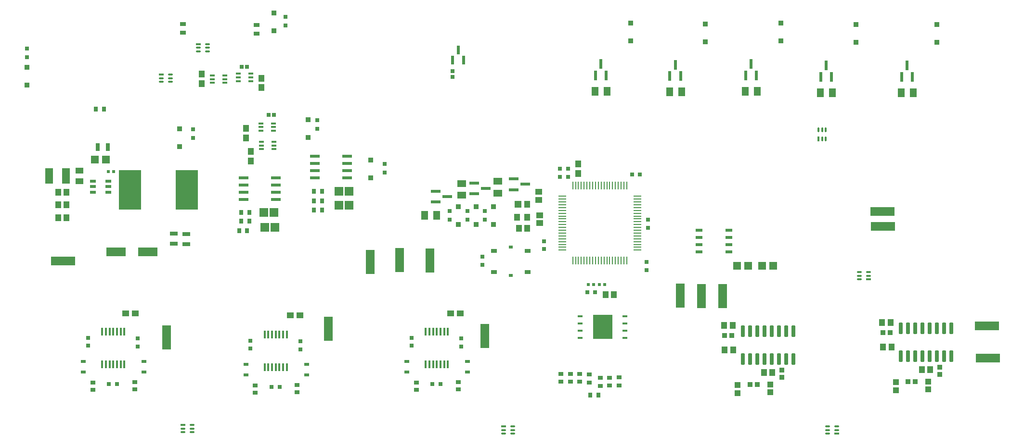
<source format=gtp>
G04*
G04 #@! TF.GenerationSoftware,Altium Limited,Altium Designer,25.5.2 (35)*
G04*
G04 Layer_Color=8421504*
%FSLAX25Y25*%
%MOIN*%
G70*
G04*
G04 #@! TF.SameCoordinates,1DACB3DC-ACE0-44E2-B579-3CE0BC83F536*
G04*
G04*
G04 #@! TF.FilePolarity,Positive*
G04*
G01*
G75*
%ADD26R,0.03347X0.01378*%
%ADD27R,0.03347X0.01378*%
%ADD28R,0.15700X0.27600*%
%ADD29R,0.03740X0.03543*%
%ADD30R,0.06550X0.02100*%
%ADD31R,0.13780X0.06299*%
%ADD32R,0.05315X0.05709*%
G04:AMPARAMS|DCode=33|XSize=51.18mil|YSize=29.92mil|CornerRadius=3.74mil|HoleSize=0mil|Usage=FLASHONLY|Rotation=90.000|XOffset=0mil|YOffset=0mil|HoleType=Round|Shape=RoundedRectangle|*
%AMROUNDEDRECTD33*
21,1,0.05118,0.02244,0,0,90.0*
21,1,0.04370,0.02992,0,0,90.0*
1,1,0.00748,0.01122,0.02185*
1,1,0.00748,0.01122,-0.02185*
1,1,0.00748,-0.01122,-0.02185*
1,1,0.00748,-0.01122,0.02185*
%
%ADD33ROUNDEDRECTD33*%
G04:AMPARAMS|DCode=34|XSize=51.18mil|YSize=29.92mil|CornerRadius=3.74mil|HoleSize=0mil|Usage=FLASHONLY|Rotation=180.000|XOffset=0mil|YOffset=0mil|HoleType=Round|Shape=RoundedRectangle|*
%AMROUNDEDRECTD34*
21,1,0.05118,0.02244,0,0,180.0*
21,1,0.04370,0.02992,0,0,180.0*
1,1,0.00748,-0.02185,0.01122*
1,1,0.00748,0.02185,0.01122*
1,1,0.00748,0.02185,-0.01122*
1,1,0.00748,-0.02185,-0.01122*
%
%ADD34ROUNDEDRECTD34*%
%ADD35R,0.02362X0.07087*%
%ADD36R,0.04724X0.05906*%
G04:AMPARAMS|DCode=37|XSize=35.84mil|YSize=13.08mil|CornerRadius=6.54mil|HoleSize=0mil|Usage=FLASHONLY|Rotation=90.000|XOffset=0mil|YOffset=0mil|HoleType=Round|Shape=RoundedRectangle|*
%AMROUNDEDRECTD37*
21,1,0.03584,0.00000,0,0,90.0*
21,1,0.02276,0.01308,0,0,90.0*
1,1,0.01308,0.00000,0.01138*
1,1,0.01308,0.00000,-0.01138*
1,1,0.01308,0.00000,-0.01138*
1,1,0.01308,0.00000,0.01138*
%
%ADD37ROUNDEDRECTD37*%
G04:AMPARAMS|DCode=38|XSize=21.65mil|YSize=49.21mil|CornerRadius=1.95mil|HoleSize=0mil|Usage=FLASHONLY|Rotation=90.000|XOffset=0mil|YOffset=0mil|HoleType=Round|Shape=RoundedRectangle|*
%AMROUNDEDRECTD38*
21,1,0.02165,0.04532,0,0,90.0*
21,1,0.01776,0.04921,0,0,90.0*
1,1,0.00390,0.02266,0.00888*
1,1,0.00390,0.02266,-0.00888*
1,1,0.00390,-0.02266,-0.00888*
1,1,0.00390,-0.02266,0.00888*
%
%ADD38ROUNDEDRECTD38*%
G04:AMPARAMS|DCode=39|XSize=29.92mil|YSize=26mil|CornerRadius=3.25mil|HoleSize=0mil|Usage=FLASHONLY|Rotation=270.000|XOffset=0mil|YOffset=0mil|HoleType=Round|Shape=RoundedRectangle|*
%AMROUNDEDRECTD39*
21,1,0.02992,0.01950,0,0,270.0*
21,1,0.02342,0.02600,0,0,270.0*
1,1,0.00650,-0.00975,-0.01171*
1,1,0.00650,-0.00975,0.01171*
1,1,0.00650,0.00975,0.01171*
1,1,0.00650,0.00975,-0.01171*
%
%ADD39ROUNDEDRECTD39*%
%ADD40R,0.05800X0.01100*%
%ADD41R,0.01100X0.05800*%
G04:AMPARAMS|DCode=42|XSize=29.92mil|YSize=26mil|CornerRadius=3.25mil|HoleSize=0mil|Usage=FLASHONLY|Rotation=180.000|XOffset=0mil|YOffset=0mil|HoleType=Round|Shape=RoundedRectangle|*
%AMROUNDEDRECTD42*
21,1,0.02992,0.01950,0,0,180.0*
21,1,0.02342,0.02600,0,0,180.0*
1,1,0.00650,-0.01171,0.00975*
1,1,0.00650,0.01171,0.00975*
1,1,0.00650,0.01171,-0.00975*
1,1,0.00650,-0.01171,-0.00975*
%
%ADD42ROUNDEDRECTD42*%
%ADD43R,0.03985X0.04560*%
%ADD44R,0.04724X0.03937*%
%ADD45R,0.07087X0.02362*%
%ADD46R,0.02200X0.06300*%
%ADD47R,0.05906X0.04724*%
%ADD48R,0.04100X0.05100*%
%ADD49R,0.03937X0.04724*%
%ADD50R,0.03937X0.05118*%
G04:AMPARAMS|DCode=51|XSize=77.56mil|YSize=23.62mil|CornerRadius=2.95mil|HoleSize=0mil|Usage=FLASHONLY|Rotation=90.000|XOffset=0mil|YOffset=0mil|HoleType=Round|Shape=RoundedRectangle|*
%AMROUNDEDRECTD51*
21,1,0.07756,0.01772,0,0,90.0*
21,1,0.07165,0.02362,0,0,90.0*
1,1,0.00591,0.00886,0.03583*
1,1,0.00591,0.00886,-0.03583*
1,1,0.00591,-0.00886,-0.03583*
1,1,0.00591,-0.00886,0.03583*
%
%ADD51ROUNDEDRECTD51*%
%ADD52R,0.03740X0.03740*%
G04:AMPARAMS|DCode=53|XSize=35.84mil|YSize=13.08mil|CornerRadius=6.54mil|HoleSize=0mil|Usage=FLASHONLY|Rotation=180.000|XOffset=0mil|YOffset=0mil|HoleType=Round|Shape=RoundedRectangle|*
%AMROUNDEDRECTD53*
21,1,0.03584,0.00000,0,0,180.0*
21,1,0.02276,0.01308,0,0,180.0*
1,1,0.01308,-0.01138,0.00000*
1,1,0.01308,0.01138,0.00000*
1,1,0.01308,0.01138,0.00000*
1,1,0.01308,-0.01138,0.00000*
%
%ADD53ROUNDEDRECTD53*%
%ADD54R,0.03740X0.03740*%
G04:AMPARAMS|DCode=55|XSize=21.65mil|YSize=19.68mil|CornerRadius=2.46mil|HoleSize=0mil|Usage=FLASHONLY|Rotation=270.000|XOffset=0mil|YOffset=0mil|HoleType=Round|Shape=RoundedRectangle|*
%AMROUNDEDRECTD55*
21,1,0.02165,0.01476,0,0,270.0*
21,1,0.01673,0.01968,0,0,270.0*
1,1,0.00492,-0.00738,-0.00837*
1,1,0.00492,-0.00738,0.00837*
1,1,0.00492,0.00738,0.00837*
1,1,0.00492,0.00738,-0.00837*
%
%ADD55ROUNDEDRECTD55*%
%ADD56R,0.13600X0.17100*%
%ADD57R,0.03937X0.02756*%
%ADD58R,0.02756X0.02362*%
%ADD59R,0.03400X0.01700*%
%ADD60R,0.03700X0.02800*%
%ADD61R,0.03543X0.03150*%
%ADD62R,0.03500X0.02200*%
%ADD63R,0.03150X0.03150*%
%ADD64R,0.03937X0.03150*%
%ADD65R,0.05906X0.06102*%
%ADD66R,0.03150X0.03543*%
%ADD67R,0.05512X0.03937*%
%ADD68R,0.04331X0.02362*%
%ADD69R,0.05300X0.11000*%
%ADD70R,0.01378X0.05512*%
%ADD71R,0.16535X0.05906*%
%ADD72R,0.03347X0.02756*%
%ADD73R,0.04560X0.03985*%
%ADD74R,0.05906X0.16535*%
%ADD75R,0.02559X0.02559*%
%ADD76R,0.03584X0.01308*%
%ADD77R,0.05100X0.05100*%
%ADD78R,0.01308X0.03584*%
%ADD79R,0.02559X0.02559*%
%ADD80R,0.04331X0.03937*%
G36*
X525906Y200244D02*
X519894D01*
Y205156D01*
X525906D01*
Y200244D01*
D02*
G37*
G36*
X519106D02*
X513094D01*
Y205156D01*
X519106D01*
Y200244D01*
D02*
G37*
G36*
X525906Y194544D02*
X519894D01*
Y199456D01*
X525906D01*
Y194544D01*
D02*
G37*
G36*
X519106D02*
X513094D01*
Y199456D01*
X519106D01*
Y194544D01*
D02*
G37*
G36*
X525906Y188844D02*
X519894D01*
Y193756D01*
X525906D01*
Y188844D01*
D02*
G37*
G36*
X519106D02*
X513094D01*
Y193756D01*
X519106D01*
Y188844D01*
D02*
G37*
D26*
X291631Y333041D02*
D03*
Y338159D02*
D03*
X282969Y333041D02*
D03*
Y338159D02*
D03*
X291931Y320341D02*
D03*
Y325459D02*
D03*
X283269Y320341D02*
D03*
Y325459D02*
D03*
X275831Y367541D02*
D03*
Y372659D02*
D03*
X267169Y367541D02*
D03*
Y372659D02*
D03*
X258031Y366341D02*
D03*
Y371459D02*
D03*
X249369Y366341D02*
D03*
Y371459D02*
D03*
D27*
X291631Y335600D02*
D03*
X282969D02*
D03*
X291931Y322900D02*
D03*
X283269D02*
D03*
X275831Y370100D02*
D03*
X267169D02*
D03*
X258031Y368900D02*
D03*
X249369D02*
D03*
D28*
X192350Y292100D02*
D03*
X231650D02*
D03*
D29*
X539020Y407701D02*
D03*
X643020D02*
D03*
X751020Y406701D02*
D03*
X590520Y407201D02*
D03*
X226600Y321998D02*
D03*
X695020Y406701D02*
D03*
X444000Y280504D02*
D03*
X431872D02*
D03*
X419745D02*
D03*
X359000Y300299D02*
D03*
X444000Y268103D02*
D03*
X431872D02*
D03*
X419745D02*
D03*
X315500Y328299D02*
D03*
X695020Y394299D02*
D03*
X292000Y402299D02*
D03*
X121000Y364799D02*
D03*
X359000Y312701D02*
D03*
X292000Y414701D02*
D03*
X643020Y395299D02*
D03*
X226600Y334400D02*
D03*
X315500Y340701D02*
D03*
X590520Y394799D02*
D03*
X751020Y394299D02*
D03*
X539020Y395299D02*
D03*
X121000Y377201D02*
D03*
D30*
X270875Y300500D02*
D03*
Y295500D02*
D03*
X342625Y315500D02*
D03*
Y305500D02*
D03*
Y310500D02*
D03*
Y300500D02*
D03*
X293125D02*
D03*
Y295500D02*
D03*
Y290500D02*
D03*
Y285500D02*
D03*
X320375Y305500D02*
D03*
Y310500D02*
D03*
Y315500D02*
D03*
X270875Y290500D02*
D03*
Y285500D02*
D03*
X320375Y300500D02*
D03*
D31*
X204624Y249200D02*
D03*
X182576D02*
D03*
D32*
X175739Y313000D02*
D03*
X637539Y239500D02*
D03*
X612661Y239400D02*
D03*
X168061Y313000D02*
D03*
X620339Y239400D02*
D03*
X629861Y239500D02*
D03*
D33*
X176904Y321600D02*
D03*
X169857D02*
D03*
D34*
X222500Y261704D02*
D03*
X231100Y261404D02*
D03*
X222500Y254657D02*
D03*
X231100Y254357D02*
D03*
D35*
X734000Y370500D02*
D03*
X678000D02*
D03*
X626000Y371500D02*
D03*
X573500Y371000D02*
D03*
X522000Y371500D02*
D03*
X726520Y370500D02*
D03*
X730260Y378374D02*
D03*
X674260D02*
D03*
X670520Y370500D02*
D03*
X618520Y371500D02*
D03*
X622260Y379374D02*
D03*
X569760Y378874D02*
D03*
X566020Y371000D02*
D03*
X518260Y379374D02*
D03*
X514520Y371500D02*
D03*
D36*
X734654Y359500D02*
D03*
X678653D02*
D03*
X626653Y360500D02*
D03*
X574154Y360000D02*
D03*
X522653Y360500D02*
D03*
X404634Y274300D02*
D03*
X396366D02*
D03*
X726386Y359500D02*
D03*
X670386D02*
D03*
X618386Y360500D02*
D03*
X565886Y360000D02*
D03*
X514386Y360500D02*
D03*
D37*
X671500Y327347D02*
D03*
Y333653D02*
D03*
X674059Y327347D02*
D03*
X668941Y333653D02*
D03*
X674059D02*
D03*
D38*
X606835Y249000D02*
D03*
Y264000D02*
D03*
Y259000D02*
D03*
Y254000D02*
D03*
X586165Y259000D02*
D03*
Y254000D02*
D03*
Y264000D02*
D03*
Y249000D02*
D03*
D39*
X545356Y302700D02*
D03*
X495456Y306700D02*
D03*
X495556Y301100D02*
D03*
X508844Y221000D02*
D03*
X177744Y157500D02*
D03*
X183256D02*
D03*
X490044Y301100D02*
D03*
X489944Y306700D02*
D03*
X539844Y302700D02*
D03*
X514356Y221000D02*
D03*
X401744Y157500D02*
D03*
X407256D02*
D03*
X290244Y155500D02*
D03*
X295756D02*
D03*
D40*
X543550Y268016D02*
D03*
X491450Y260142D02*
D03*
Y266047D02*
D03*
Y264079D02*
D03*
X543550Y269984D02*
D03*
Y250299D02*
D03*
X491450Y287701D02*
D03*
Y258173D02*
D03*
Y275890D02*
D03*
Y256205D02*
D03*
Y262110D02*
D03*
X543550Y283764D02*
D03*
Y279827D02*
D03*
Y275890D02*
D03*
Y273921D02*
D03*
Y271953D02*
D03*
Y266047D02*
D03*
Y262110D02*
D03*
Y260142D02*
D03*
Y258173D02*
D03*
Y256205D02*
D03*
Y254236D02*
D03*
Y252268D02*
D03*
X491450Y254236D02*
D03*
Y268016D02*
D03*
Y269984D02*
D03*
Y271953D02*
D03*
Y273921D02*
D03*
Y281795D02*
D03*
Y283764D02*
D03*
Y285732D02*
D03*
Y279827D02*
D03*
Y277858D02*
D03*
X543550Y281795D02*
D03*
X491450Y250299D02*
D03*
X543550Y264079D02*
D03*
X491450Y252268D02*
D03*
X543550Y287701D02*
D03*
Y285732D02*
D03*
Y277858D02*
D03*
D41*
X536201Y295050D02*
D03*
Y242950D02*
D03*
X510610D02*
D03*
X500768Y295050D02*
D03*
X498799D02*
D03*
X534232D02*
D03*
X514547Y242950D02*
D03*
X512579D02*
D03*
X514547Y295050D02*
D03*
X530295D02*
D03*
X532264D02*
D03*
X516516D02*
D03*
X518484D02*
D03*
X520453D02*
D03*
X522421D02*
D03*
X526358D02*
D03*
X528327D02*
D03*
X534232Y242950D02*
D03*
X532264D02*
D03*
X530295D02*
D03*
X528327D02*
D03*
X526358D02*
D03*
X524390D02*
D03*
X522421D02*
D03*
X520453D02*
D03*
X518484D02*
D03*
X516516D02*
D03*
X508642D02*
D03*
X506673D02*
D03*
X504705D02*
D03*
X502736D02*
D03*
X500768D02*
D03*
X502736Y295050D02*
D03*
X510610D02*
D03*
X512579D02*
D03*
X506673D02*
D03*
X508642D02*
D03*
X498799Y242950D02*
D03*
X524390Y295050D02*
D03*
X504705D02*
D03*
D42*
X550900Y265844D02*
D03*
X550000Y236544D02*
D03*
X478900Y256556D02*
D03*
X436400Y240244D02*
D03*
X421677Y183444D02*
D03*
X387177Y189456D02*
D03*
X310177Y181444D02*
D03*
X163177Y189456D02*
D03*
X275677Y187456D02*
D03*
X197677Y183444D02*
D03*
X163177Y183944D02*
D03*
X197677Y188956D02*
D03*
X550900Y271356D02*
D03*
X550000Y242056D02*
D03*
X478900Y251044D02*
D03*
X421677Y188956D02*
D03*
X310177Y186956D02*
D03*
X387177Y183944D02*
D03*
X275677Y181944D02*
D03*
X436400Y245756D02*
D03*
D43*
X502700Y309956D02*
D03*
X283100Y363044D02*
D03*
X275900Y312244D02*
D03*
X241800Y365844D02*
D03*
X272700Y334656D02*
D03*
X502700Y303444D02*
D03*
X272700Y328144D02*
D03*
X275900Y318756D02*
D03*
X283100Y369556D02*
D03*
X241800Y372356D02*
D03*
D44*
X475200Y290756D02*
D03*
X475800Y274456D02*
D03*
Y268944D02*
D03*
X475200Y285244D02*
D03*
D45*
X458063Y292260D02*
D03*
X430700Y289300D02*
D03*
X403963Y283660D02*
D03*
X465937Y296000D02*
D03*
X438574Y293040D02*
D03*
X430700Y296780D02*
D03*
X411837Y287400D02*
D03*
X403963Y291140D02*
D03*
X458063Y299740D02*
D03*
D46*
X423275Y382100D02*
D03*
X419500Y389000D02*
D03*
X415725Y382100D02*
D03*
D47*
X446900Y289666D02*
D03*
X421900Y288266D02*
D03*
Y296534D02*
D03*
X446900Y297934D02*
D03*
D48*
X467150Y282200D02*
D03*
X460250Y273200D02*
D03*
X467150D02*
D03*
D49*
X461744Y265400D02*
D03*
X527256Y219500D02*
D03*
X142644Y290400D02*
D03*
X142744Y281900D02*
D03*
Y272700D02*
D03*
X521744Y219500D02*
D03*
X148256Y281900D02*
D03*
X148156Y290400D02*
D03*
X148256Y272700D02*
D03*
X467256Y265400D02*
D03*
X631244Y165500D02*
D03*
X636756D02*
D03*
X746256Y167500D02*
D03*
X740744D02*
D03*
D50*
X713047Y200000D02*
D03*
X713547Y183000D02*
D03*
X603547Y198000D02*
D03*
X604047Y181000D02*
D03*
X719453Y183000D02*
D03*
X609953Y181000D02*
D03*
X718953Y200000D02*
D03*
X609453Y198000D02*
D03*
D51*
X761000Y196244D02*
D03*
Y176756D02*
D03*
X756000D02*
D03*
X651500Y194244D02*
D03*
Y174756D02*
D03*
X646500D02*
D03*
X731000Y196244D02*
D03*
X621500Y194244D02*
D03*
X626500D02*
D03*
X736000Y196244D02*
D03*
X751000Y176756D02*
D03*
X731000D02*
D03*
X736000D02*
D03*
X741000D02*
D03*
X746000D02*
D03*
X641500Y174756D02*
D03*
X621500D02*
D03*
X626500D02*
D03*
X631500D02*
D03*
X636500D02*
D03*
X726000Y196244D02*
D03*
X746000D02*
D03*
X751000D02*
D03*
X756000D02*
D03*
X726000Y176756D02*
D03*
X741000Y196244D02*
D03*
X616500Y194244D02*
D03*
Y174756D02*
D03*
X631500Y194244D02*
D03*
X636500D02*
D03*
X641500D02*
D03*
X646500D02*
D03*
D52*
X713539Y193000D02*
D03*
X604039Y191000D02*
D03*
X626461Y157000D02*
D03*
X621539D02*
D03*
X718461Y193000D02*
D03*
X731039Y159000D02*
D03*
X735961D02*
D03*
X608961Y191000D02*
D03*
D53*
X703653Y232500D02*
D03*
X681653Y125500D02*
D03*
X450847D02*
D03*
X239547Y390600D02*
D03*
X213847Y369500D02*
D03*
X228847Y126500D02*
D03*
X457153Y122941D02*
D03*
Y128059D02*
D03*
X697347Y232500D02*
D03*
X457153Y125500D02*
D03*
X235153Y126500D02*
D03*
X239547Y388041D02*
D03*
X245853D02*
D03*
Y393159D02*
D03*
Y390600D02*
D03*
X675347Y125500D02*
D03*
X220153Y369500D02*
D03*
X213847Y366941D02*
D03*
X220153D02*
D03*
Y372059D02*
D03*
X703653Y235059D02*
D03*
X697347Y229941D02*
D03*
Y235059D02*
D03*
X450847Y122941D02*
D03*
X228847Y123941D02*
D03*
X235153Y129059D02*
D03*
Y123941D02*
D03*
X675347Y122941D02*
D03*
Y128059D02*
D03*
X681653D02*
D03*
D54*
X753000Y164039D02*
D03*
X643500Y162039D02*
D03*
Y166961D02*
D03*
X753000Y168961D02*
D03*
D55*
X520772Y226500D02*
D03*
X509728D02*
D03*
X513272D02*
D03*
X517228D02*
D03*
X177228Y304700D02*
D03*
X180772D02*
D03*
D56*
X519500Y197000D02*
D03*
D57*
X467711Y235216D02*
D03*
X444089D02*
D03*
X467711Y249783D02*
D03*
X444089D02*
D03*
D58*
X455900Y232658D02*
D03*
Y252343D02*
D03*
D59*
X504050Y189500D02*
D03*
X534950Y204500D02*
D03*
X504050D02*
D03*
Y194500D02*
D03*
X534950Y189500D02*
D03*
Y194500D02*
D03*
Y199500D02*
D03*
X504050D02*
D03*
D60*
X530910Y156458D02*
D03*
X490710Y158958D02*
D03*
X524390Y161841D02*
D03*
Y156342D02*
D03*
X517910Y156258D02*
D03*
Y161758D02*
D03*
X530910Y161959D02*
D03*
X503710Y158958D02*
D03*
Y164459D02*
D03*
X490710D02*
D03*
X497190Y164442D02*
D03*
Y158941D02*
D03*
D61*
X510400Y164056D02*
D03*
Y158544D02*
D03*
D62*
X426000Y172969D02*
D03*
X384000Y173048D02*
D03*
X314500Y170969D02*
D03*
X202000Y172969D02*
D03*
X272500Y171048D02*
D03*
X160000Y173048D02*
D03*
X202000Y165669D02*
D03*
X160000Y165748D02*
D03*
X272500Y163748D02*
D03*
X314500Y163669D02*
D03*
X384000Y165748D02*
D03*
X426000Y165669D02*
D03*
D63*
X322000Y334547D02*
D03*
X300000Y406047D02*
D03*
X368500Y304047D02*
D03*
X121000Y389953D02*
D03*
X236000Y328147D02*
D03*
X438000Y271548D02*
D03*
Y277453D02*
D03*
X426000Y271547D02*
D03*
Y277453D02*
D03*
X413600Y271547D02*
D03*
Y277453D02*
D03*
X300000Y411953D02*
D03*
X368500Y309953D02*
D03*
X236000Y334053D02*
D03*
X322000Y340453D02*
D03*
X121000Y384047D02*
D03*
D64*
X280000Y406453D02*
D03*
X229000Y401047D02*
D03*
X280000Y400547D02*
D03*
X229000Y406953D02*
D03*
D65*
X344043Y291000D02*
D03*
Y281500D02*
D03*
X292043Y276500D02*
D03*
X292543Y266000D02*
D03*
X336957Y291000D02*
D03*
Y281500D02*
D03*
X285457Y266000D02*
D03*
X284957Y276500D02*
D03*
D66*
X325256Y284500D02*
D03*
Y278200D02*
D03*
X274756Y270500D02*
D03*
X273356Y263700D02*
D03*
X516456Y149700D02*
D03*
X510944D02*
D03*
X168744Y348000D02*
D03*
X174256D02*
D03*
X325256Y291000D02*
D03*
X319744Y278200D02*
D03*
X267844Y263700D02*
D03*
X274756Y276500D02*
D03*
X269244D02*
D03*
X319744Y291000D02*
D03*
X269244Y270500D02*
D03*
X319744Y284500D02*
D03*
D67*
X157200Y305540D02*
D03*
Y298060D02*
D03*
D68*
X177330Y290560D02*
D03*
X166700Y298040D02*
D03*
X177330D02*
D03*
Y294300D02*
D03*
X166700Y290560D02*
D03*
Y294300D02*
D03*
D69*
X136250Y301600D02*
D03*
X147950D02*
D03*
D70*
X397000Y193819D02*
D03*
Y171181D02*
D03*
X285500Y191819D02*
D03*
Y169181D02*
D03*
X173000Y193819D02*
D03*
Y171181D02*
D03*
X175559D02*
D03*
X185795D02*
D03*
Y193819D02*
D03*
X175559D02*
D03*
X180677D02*
D03*
X183236D02*
D03*
X178118D02*
D03*
X188354Y171181D02*
D03*
X180677D02*
D03*
X178118D02*
D03*
X183236D02*
D03*
X188354Y193819D02*
D03*
X412354D02*
D03*
X300854Y191819D02*
D03*
X407236Y171181D02*
D03*
X295736Y169181D02*
D03*
X402118Y193819D02*
D03*
X290618Y191819D02*
D03*
Y169181D02*
D03*
X293177D02*
D03*
X402118Y171181D02*
D03*
X404677D02*
D03*
X399559Y193819D02*
D03*
X298295Y191819D02*
D03*
X288059Y169181D02*
D03*
X298295D02*
D03*
X300854D02*
D03*
X295736Y191819D02*
D03*
X293177D02*
D03*
X288059D02*
D03*
X407236Y193819D02*
D03*
X404677D02*
D03*
X409795D02*
D03*
X412354Y171181D02*
D03*
X409795D02*
D03*
X399559D02*
D03*
D71*
X145900Y242800D02*
D03*
X713700Y266600D02*
D03*
X713300Y277200D02*
D03*
X785500Y197600D02*
D03*
X786100Y175300D02*
D03*
D72*
X195500Y153858D02*
D03*
Y158780D02*
D03*
X166500Y158398D02*
D03*
Y153476D02*
D03*
X279000Y151476D02*
D03*
Y156398D02*
D03*
X308000Y156780D02*
D03*
Y151858D02*
D03*
X390500Y158398D02*
D03*
Y153476D02*
D03*
X419500Y153858D02*
D03*
Y158780D02*
D03*
D73*
X420756Y206500D02*
D03*
X195756D02*
D03*
X309756Y205000D02*
D03*
X414244Y206500D02*
D03*
X303244Y205000D02*
D03*
X189244Y206500D02*
D03*
D74*
X399900Y243200D02*
D03*
X378800Y243500D02*
D03*
X217700Y189900D02*
D03*
X329700Y195700D02*
D03*
X437900Y190800D02*
D03*
X587800Y218500D02*
D03*
X358600Y242100D02*
D03*
X602600Y218300D02*
D03*
X573100Y218800D02*
D03*
D75*
X292069Y344000D02*
D03*
X288131D02*
D03*
X273369Y377300D02*
D03*
X269431D02*
D03*
D76*
X239547Y393159D02*
D03*
X213847Y372059D02*
D03*
X703653Y229941D02*
D03*
X450847Y128059D02*
D03*
X228847Y129059D02*
D03*
X681653Y122941D02*
D03*
D77*
X460750Y282200D02*
D03*
D78*
X668941Y327347D02*
D03*
D79*
X415500Y370532D02*
D03*
Y374468D02*
D03*
D80*
X745000Y153744D02*
D03*
Y159256D02*
D03*
X722500Y153244D02*
D03*
Y158756D02*
D03*
X635500Y151744D02*
D03*
Y157256D02*
D03*
X613000Y151244D02*
D03*
Y156756D02*
D03*
M02*

</source>
